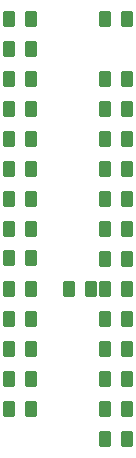
<source format=gbr>
%TF.GenerationSoftware,KiCad,Pcbnew,(6.0.10)*%
%TF.CreationDate,2022-12-29T18:40:38+01:00*%
%TF.ProjectId,DS1245Y_FRAM,44533132-3435-4595-9f46-52414d2e6b69,rev?*%
%TF.SameCoordinates,Original*%
%TF.FileFunction,Paste,Bot*%
%TF.FilePolarity,Positive*%
%FSLAX46Y46*%
G04 Gerber Fmt 4.6, Leading zero omitted, Abs format (unit mm)*
G04 Created by KiCad (PCBNEW (6.0.10)) date 2022-12-29 18:40:38*
%MOMM*%
%LPD*%
G01*
G04 APERTURE LIST*
G04 Aperture macros list*
%AMRoundRect*
0 Rectangle with rounded corners*
0 $1 Rounding radius*
0 $2 $3 $4 $5 $6 $7 $8 $9 X,Y pos of 4 corners*
0 Add a 4 corners polygon primitive as box body*
4,1,4,$2,$3,$4,$5,$6,$7,$8,$9,$2,$3,0*
0 Add four circle primitives for the rounded corners*
1,1,$1+$1,$2,$3*
1,1,$1+$1,$4,$5*
1,1,$1+$1,$6,$7*
1,1,$1+$1,$8,$9*
0 Add four rect primitives between the rounded corners*
20,1,$1+$1,$2,$3,$4,$5,0*
20,1,$1+$1,$4,$5,$6,$7,0*
20,1,$1+$1,$6,$7,$8,$9,0*
20,1,$1+$1,$8,$9,$2,$3,0*%
G04 Aperture macros list end*
%ADD10RoundRect,0.250000X-0.262500X-0.450000X0.262500X-0.450000X0.262500X0.450000X-0.262500X0.450000X0*%
G04 APERTURE END LIST*
D10*
%TO.C,R12*%
X53951500Y-81788000D03*
X55776500Y-81788000D03*
%TD*%
%TO.C,R14*%
X53951500Y-86868000D03*
X55776500Y-86868000D03*
%TD*%
%TO.C,R4*%
X53951500Y-61468000D03*
X55776500Y-61468000D03*
%TD*%
%TO.C,R11*%
X53951500Y-79248000D03*
X55776500Y-79248000D03*
%TD*%
%TO.C,R18*%
X62079500Y-53848000D03*
X63904500Y-53848000D03*
%TD*%
%TO.C,R31*%
X62079500Y-89408000D03*
X63904500Y-89408000D03*
%TD*%
%TO.C,R28*%
X62079500Y-81788000D03*
X63904500Y-81788000D03*
%TD*%
%TO.C,R21*%
X62079500Y-64008000D03*
X63904500Y-64008000D03*
%TD*%
%TO.C,R27*%
X62079500Y-79248000D03*
X63904500Y-79248000D03*
%TD*%
%TO.C,R23*%
X62079500Y-69088000D03*
X63904500Y-69088000D03*
%TD*%
%TO.C,R17*%
X59031500Y-76708000D03*
X60856500Y-76708000D03*
%TD*%
%TO.C,R19*%
X62079500Y-58928000D03*
X63904500Y-58928000D03*
%TD*%
%TO.C,R26*%
X62079500Y-76708000D03*
X63904500Y-76708000D03*
%TD*%
%TO.C,R29*%
X62079500Y-84328000D03*
X63904500Y-84328000D03*
%TD*%
%TO.C,R8*%
X53951500Y-71628000D03*
X55776500Y-71628000D03*
%TD*%
%TO.C,R25*%
X62079500Y-74168000D03*
X63904500Y-74168000D03*
%TD*%
%TO.C,R10*%
X53951500Y-76708000D03*
X55776500Y-76708000D03*
%TD*%
%TO.C,R5*%
X53951500Y-64008000D03*
X55776500Y-64008000D03*
%TD*%
%TO.C,R1*%
X53951500Y-53848000D03*
X55776500Y-53848000D03*
%TD*%
%TO.C,R3*%
X53951500Y-58928000D03*
X55776500Y-58928000D03*
%TD*%
%TO.C,R20*%
X62079500Y-61468000D03*
X63904500Y-61468000D03*
%TD*%
%TO.C,R13*%
X53951500Y-84328000D03*
X55776500Y-84328000D03*
%TD*%
%TO.C,R9*%
X53951500Y-74138000D03*
X55776500Y-74138000D03*
%TD*%
%TO.C,R2*%
X53951500Y-56388000D03*
X55776500Y-56388000D03*
%TD*%
%TO.C,R7*%
X53951500Y-69088000D03*
X55776500Y-69088000D03*
%TD*%
%TO.C,R24*%
X62079500Y-71628000D03*
X63904500Y-71628000D03*
%TD*%
%TO.C,R30*%
X62079500Y-86868000D03*
X63904500Y-86868000D03*
%TD*%
%TO.C,R6*%
X53951500Y-66548000D03*
X55776500Y-66548000D03*
%TD*%
%TO.C,R22*%
X62079500Y-66548000D03*
X63904500Y-66548000D03*
%TD*%
M02*

</source>
